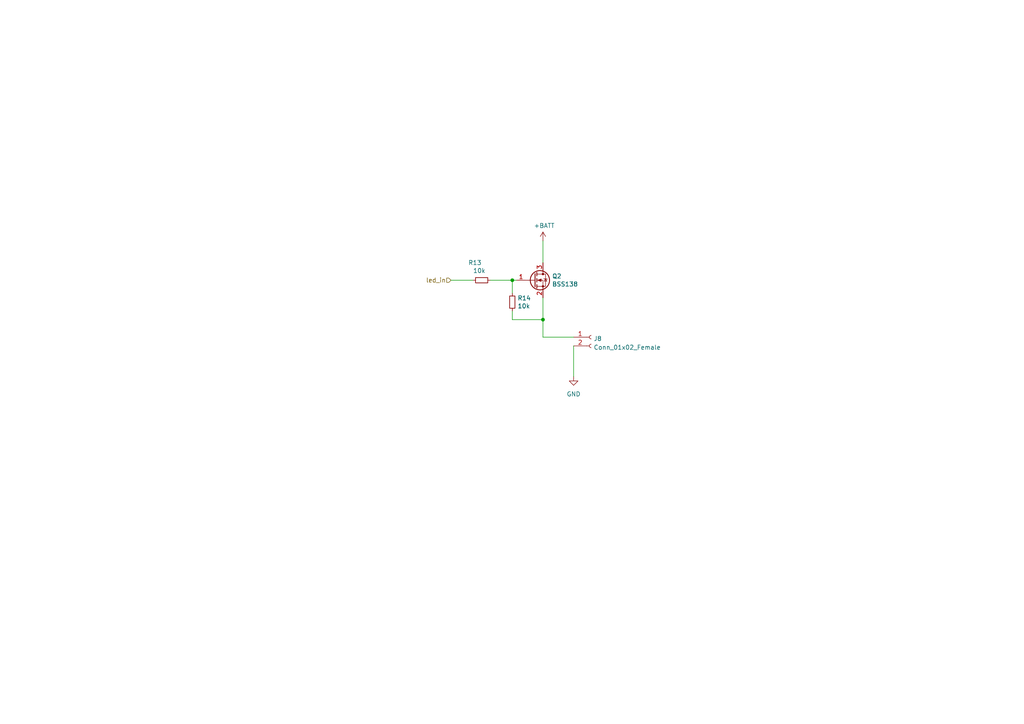
<source format=kicad_sch>
(kicad_sch (version 20211123) (generator eeschema)
  (paper "A4")
  (lib_symbols
    (symbol "Connector:Conn_01x02_Female" (pin_names (offset 1.016) hide)
      (property "Reference" "J" (at 0 2.54 0))
      (property "Value" "Conn_01x02_Female" (at 0 -5.08 0))
      (symbol "Conn_01x02_Female_1_1"
        (arc (start 0 -2.032) (mid -0.508 -2.54) (end 0 -3.048) (stroke (width 0.1524)))
        (polyline (pts (xy -1.27 -2.54) (xy -0.508 -2.54)) (stroke (width 0.1524)))
        (polyline (pts (xy -1.27 0) (xy -0.508 0)) (stroke (width 0.1524)))
        (arc (start 0 0.508) (mid -0.508 0) (end 0 -0.508) (stroke (width 0.1524)))
        (pin passive line (at -5.08 0 0) (length 3.81) (name "Pin_1") (number "1"))
        (pin passive line (at -5.08 -2.54 0) (length 3.81) (name "Pin_2") (number "2"))
      )
    )
    (symbol "Device:R_Small" (pin_numbers hide) (pin_names (offset 0.254) hide)
      (property "Reference" "R" (at 0.762 0.508 0))
      (property "Value" "R_Small" (at 0.762 -1.016 0))
      (symbol "R_Small_0_1"
        (rectangle (start -0.762 1.778) (end 0.762 -1.778) (stroke (width 0.2032)))
      )
      (symbol "R_Small_1_1"
        (pin passive line (at 0 2.54 270) (length 0.762) (name "~") (number "1"))
        (pin passive line (at 0 -2.54 90) (length 0.762) (name "~") (number "2"))
      )
    )
    (symbol "Transistor_FET:BSS138" (pin_names hide)
      (property "Reference" "Q" (at 5.08 1.905 0))
      (property "Value" "BSS138" (at 5.08 0 0))
      (symbol "BSS138_0_1"
        (polyline (pts (xy 0.254 0) (xy -2.54 0)))
        (polyline (pts (xy 0.254 1.905) (xy 0.254 -1.905)) (stroke (width 0.254)))
        (polyline (pts (xy 0.762 -1.27) (xy 0.762 -2.286)) (stroke (width 0.254)))
        (polyline (pts (xy 0.762 0.508) (xy 0.762 -0.508)) (stroke (width 0.254)))
        (polyline (pts (xy 0.762 2.286) (xy 0.762 1.27)) (stroke (width 0.254)))
        (polyline (pts (xy 2.54 2.54) (xy 2.54 1.778)))
        (polyline (pts (xy 2.54 -2.54) (xy 2.54 0) (xy 0.762 0)))
        (polyline (pts (xy 0.762 -1.778) (xy 3.302 -1.778) (xy 3.302 1.778) (xy 0.762 1.778)))
        (polyline (pts (xy 1.016 0) (xy 2.032 0.381) (xy 2.032 -0.381) (xy 1.016 0)) (fill (type outline)))
        (polyline (pts (xy 2.794 0.508) (xy 2.921 0.381) (xy 3.683 0.381) (xy 3.81 0.254)))
        (polyline (pts (xy 3.302 0.381) (xy 2.921 -0.254) (xy 3.683 -0.254) (xy 3.302 0.381)))
        (circle (center 1.651 0) (radius 2.794) (stroke (width 0.254)))
        (circle (center 2.54 -1.778) (radius 0.254) (fill (type outline)))
        (circle (center 2.54 1.778) (radius 0.254) (fill (type outline)))
      )
      (symbol "BSS138_1_1"
        (pin input line (at -5.08 0 0) (length 2.54) (name "G") (number "1"))
        (pin passive line (at 2.54 -5.08 90) (length 2.54) (name "S") (number "2"))
        (pin passive line (at 2.54 5.08 270) (length 2.54) (name "D") (number "3"))
      )
    )
    (symbol "power:+BATT" (power) (pin_names (offset 0))
      (property "Value" "+BATT" (at 0 3.556 0))
      (symbol "+BATT_0_1"
        (polyline (pts (xy -0.762 1.27) (xy 0 2.54)))
        (polyline (pts (xy 0 0) (xy 0 2.54)))
        (polyline (pts (xy 0 2.54) (xy 0.762 1.27)))
      )
      (symbol "+BATT_1_1"
        (pin power_in line (at 0 0 90) (length 0) hide (name "+BATT") (number "1"))
      )
    )
    (symbol "power:GND" (power) (pin_names (offset 0))
      (property "Value" "GND" (at 0 -3.81 0))
      (symbol "GND_0_1"
        (polyline (pts (xy 0 0) (xy 0 -1.27) (xy 1.27 -1.27) (xy 0 -2.54) (xy -1.27 -1.27) (xy 0 -1.27)))
      )
      (symbol "GND_1_1"
        (pin power_in line (at 0 0 270) (length 0) hide (name "GND") (number "1"))
      )
    )
  )
  (junction (at 148.59 81.28))
  (junction (at 157.48 92.71))
  (wire (pts (xy 130.81 81.28) (xy 137.16 81.28)))
  (wire (pts (xy 142.24 81.28) (xy 148.59 81.28)))
  (wire (pts (xy 157.48 92.71) (xy 157.48 97.79)))
  (wire (pts (xy 157.48 97.79) (xy 166.37 97.79)))
  (wire (pts (xy 157.48 86.36) (xy 157.48 92.71)))
  (wire (pts (xy 148.59 81.28) (xy 149.86 81.28)))
  (wire (pts (xy 157.48 92.71) (xy 148.59 92.71)))
  (wire (pts (xy 166.37 100.33) (xy 166.37 109.22)))
  (wire (pts (xy 148.59 85.09) (xy 148.59 81.28)))
  (wire (pts (xy 157.48 69.85) (xy 157.48 76.2)))
  (wire (pts (xy 148.59 90.17) (xy 148.59 92.71)))
  (hierarchical_label "led_in" (shape input) (at 130.81 81.28 180))
  (symbol (lib_id "power:+BATT") (at 157.48 69.85 0) (unit 1)
    (property "Reference" "#PWR052" (effects hide))
    (property "Value" "+BATT" (at 157.861 65.4558 0))
  )
  (symbol (lib_id "Transistor_FET:BSS138") (at 154.94 81.28 0) (unit 1)
    (property "Reference" "Q2" (at 160.1216 80.1116 0) (effects (justify left)))
    (property "Value" "BSS138" (at 160.1216 82.423 0) (effects (justify left)))
    (property "Footprint" "Package_TO_SOT_SMD:SOT-23" (effects hide))
    (property "Datasheet" "https://www.onsemi.com/pub/Collateral/BSS138-D.PDF" (effects hide))
  )
  (symbol (lib_id "Device:R_Small") (at 139.7 81.28 90) (unit 1)
    (property "Reference" "R13" (at 139.7 76.2 90) (effects (justify left)))
    (property "Value" "10k" (at 140.843 78.5114 90) (effects (justify left)))
    (property "Footprint" "Resistor_THT:R_Axial_DIN0204_L3.6mm_D1.6mm_P7.62mm_Horizontal" (effects hide))
  )
  (symbol (lib_id "Connector:Conn_01x02_Female") (at 171.45 97.79 0) (unit 1)
    (property "Reference" "J8" (at 172.1612 98.2253 0) (effects (justify left)))
    (property "Value" "Conn_01x02_Female" (at 172.1612 100.7622 0) (effects (justify left)))
    (property "Footprint" "Connector_PinSocket_2.54mm:PinSocket_1x02_P2.54mm_Horizontal" (effects hide))
  )
  (symbol (lib_id "Device:R_Small") (at 148.59 87.63 0) (unit 1)
    (property "Reference" "R14" (at 150.0886 86.4616 0) (effects (justify left)))
    (property "Value" "10k" (at 150.0886 88.773 0) (effects (justify left)))
    (property "Footprint" "Resistor_THT:R_Axial_DIN0204_L3.6mm_D1.6mm_P7.62mm_Horizontal" (effects hide))
  )
  (symbol (lib_id "power:GND") (at 166.37 109.22 0) (unit 1)
    (property "Reference" "#PWR053" (effects hide))
    (property "Value" "GND" (at 166.37 114.3 0))
  )
)
</source>
